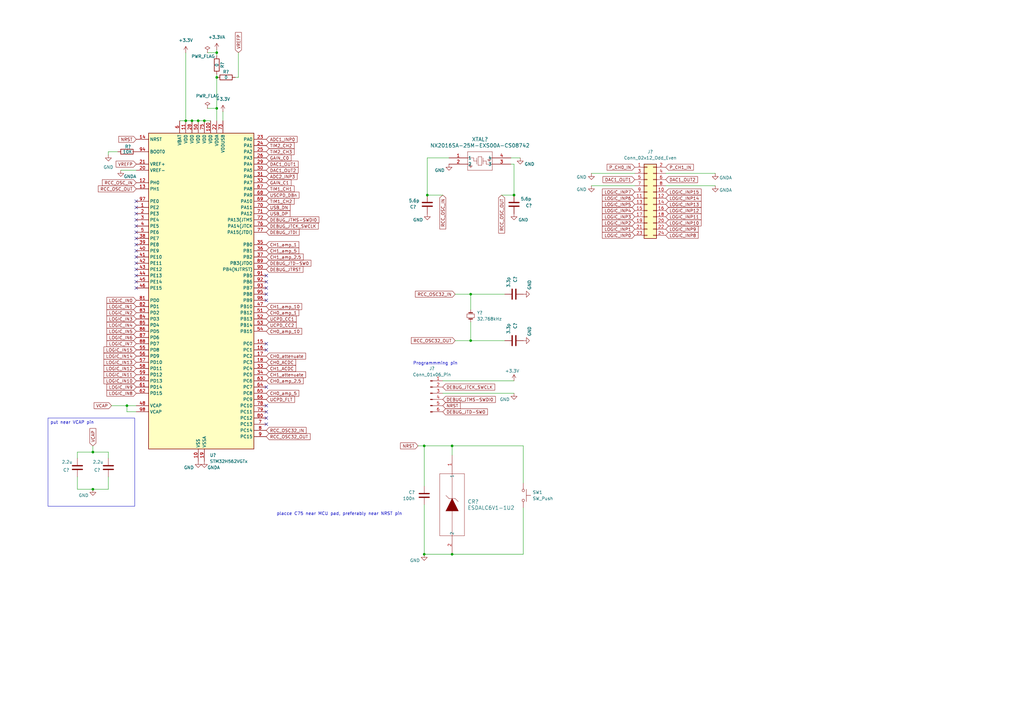
<source format=kicad_sch>
(kicad_sch (version 20250114) (generator "eeschema") (generator_version "9.0")
  (paper "A3")
  (lib_symbols
    (symbol "+3.3V_2" (power) (pin_names (offset 0))
      (property "Value" "+3.3V" (at 0 3.556 0))
      (symbol "+3.3V_2_0_1"
        (polyline (pts (xy -0.762 1.27) (xy 0 2.54)))
        (polyline (pts (xy 0 2.54) (xy 0.762 1.27)))
        (polyline (pts (xy 0 0) (xy 0 2.54)))
      )
      (symbol "+3.3V_2_1_1"
        (pin power_in line (at 0 0 90) (length 0) (hide yes) (name "+3.3V") (number "1"))
      )
    )
    (symbol "Connector:Conn_01x06_Pin" (pin_names (offset 1.016) (hide yes))
      (property "Reference" "J" (at 0 7.62 0))
      (property "Value" "Conn_01x06_Pin" (at 0 -10.16 0))
      (symbol "Conn_01x06_Pin_1_1"
        (rectangle (start 0.8636 5.207) (end 0 4.953) (stroke (width 0.1524)) (fill (type outline)))
        (rectangle (start 0.8636 2.667) (end 0 2.413) (stroke (width 0.1524)) (fill (type outline)))
        (rectangle (start 0.8636 0.127) (end 0 -0.127) (stroke (width 0.1524)) (fill (type outline)))
        (rectangle (start 0.8636 -2.413) (end 0 -2.667) (stroke (width 0.1524)) (fill (type outline)))
        (rectangle (start 0.8636 -4.953) (end 0 -5.207) (stroke (width 0.1524)) (fill (type outline)))
        (rectangle (start 0.8636 -7.493) (end 0 -7.747) (stroke (width 0.1524)) (fill (type outline)))
        (polyline (pts (xy 1.27 5.08) (xy 0.8636 5.08)) (stroke (width 0.1524)))
        (polyline (pts (xy 1.27 2.54) (xy 0.8636 2.54)) (stroke (width 0.1524)))
        (polyline (pts (xy 1.27 0) (xy 0.8636 0)) (stroke (width 0.1524)))
        (polyline (pts (xy 1.27 -2.54) (xy 0.8636 -2.54)) (stroke (width 0.1524)))
        (polyline (pts (xy 1.27 -5.08) (xy 0.8636 -5.08)) (stroke (width 0.1524)))
        (polyline (pts (xy 1.27 -7.62) (xy 0.8636 -7.62)) (stroke (width 0.1524)))
        (pin passive line (at 5.08 5.08 180) (length 3.81) (name "Pin_1") (number "1"))
        (pin passive line (at 5.08 2.54 180) (length 3.81) (name "Pin_2") (number "2"))
        (pin passive line (at 5.08 0 180) (length 3.81) (name "Pin_3") (number "3"))
        (pin passive line (at 5.08 -2.54 180) (length 3.81) (name "Pin_4") (number "4"))
        (pin passive line (at 5.08 -5.08 180) (length 3.81) (name "Pin_5") (number "5"))
        (pin passive line (at 5.08 -7.62 180) (length 3.81) (name "Pin_6") (number "6"))
      )
    )
    (symbol "Connector_Generic:Conn_02x12_Odd_Even" (pin_names (offset 1.016) (hide yes))
      (property "Reference" "J" (at 1.27 15.24 0))
      (property "Value" "Conn_02x12_Odd_Even" (at 1.27 -17.78 0))
      (symbol "Conn_02x12_Odd_Even_1_1"
        (rectangle (start -1.27 13.97) (end 3.81 -16.51) (stroke (width 0.254)) (fill (type background)))
        (rectangle (start -1.27 12.827) (end 0 12.573) (stroke (width 0.1524)))
        (rectangle (start -1.27 10.287) (end 0 10.033) (stroke (width 0.1524)))
        (rectangle (start -1.27 7.747) (end 0 7.493) (stroke (width 0.1524)))
        (rectangle (start -1.27 5.207) (end 0 4.953) (stroke (width 0.1524)))
        (rectangle (start -1.27 2.667) (end 0 2.413) (stroke (width 0.1524)))
        (rectangle (start -1.27 0.127) (end 0 -0.127) (stroke (width 0.1524)))
        (rectangle (start -1.27 -2.413) (end 0 -2.667) (stroke (width 0.1524)))
        (rectangle (start -1.27 -4.953) (end 0 -5.207) (stroke (width 0.1524)))
        (rectangle (start -1.27 -7.493) (end 0 -7.747) (stroke (width 0.1524)))
        (rectangle (start -1.27 -10.033) (end 0 -10.287) (stroke (width 0.1524)))
        (rectangle (start -1.27 -12.573) (end 0 -12.827) (stroke (width 0.1524)))
        (rectangle (start -1.27 -15.113) (end 0 -15.367) (stroke (width 0.1524)))
        (rectangle (start 3.81 12.827) (end 2.54 12.573) (stroke (width 0.1524)))
        (rectangle (start 3.81 10.287) (end 2.54 10.033) (stroke (width 0.1524)))
        (rectangle (start 3.81 7.747) (end 2.54 7.493) (stroke (width 0.1524)))
        (rectangle (start 3.81 5.207) (end 2.54 4.953) (stroke (width 0.1524)))
        (rectangle (start 3.81 2.667) (end 2.54 2.413) (stroke (width 0.1524)))
        (rectangle (start 3.81 0.127) (end 2.54 -0.127) (stroke (width 0.1524)))
        (rectangle (start 3.81 -2.413) (end 2.54 -2.667) (stroke (width 0.1524)))
        (rectangle (start 3.81 -4.953) (end 2.54 -5.207) (stroke (width 0.1524)))
        (rectangle (start 3.81 -7.493) (end 2.54 -7.747) (stroke (width 0.1524)))
        (rectangle (start 3.81 -10.033) (end 2.54 -10.287) (stroke (width 0.1524)))
        (rectangle (start 3.81 -12.573) (end 2.54 -12.827) (stroke (width 0.1524)))
        (rectangle (start 3.81 -15.113) (end 2.54 -15.367) (stroke (width 0.1524)))
        (pin passive line (at -5.08 12.7 0) (length 3.81) (name "Pin_1") (number "1"))
        (pin passive line (at -5.08 10.16 0) (length 3.81) (name "Pin_3") (number "3"))
        (pin passive line (at -5.08 7.62 0) (length 3.81) (name "Pin_5") (number "5"))
        (pin passive line (at -5.08 5.08 0) (length 3.81) (name "Pin_7") (number "7"))
        (pin passive line (at -5.08 2.54 0) (length 3.81) (name "Pin_9") (number "9"))
        (pin passive line (at -5.08 0 0) (length 3.81) (name "Pin_11") (number "11"))
        (pin passive line (at -5.08 -2.54 0) (length 3.81) (name "Pin_13") (number "13"))
        (pin passive line (at -5.08 -5.08 0) (length 3.81) (name "Pin_15") (number "15"))
        (pin passive line (at -5.08 -7.62 0) (length 3.81) (name "Pin_17") (number "17"))
        (pin passive line (at -5.08 -10.16 0) (length 3.81) (name "Pin_19") (number "19"))
        (pin passive line (at -5.08 -12.7 0) (length 3.81) (name "Pin_21") (number "21"))
        (pin passive line (at -5.08 -15.24 0) (length 3.81) (name "Pin_23") (number "23"))
        (pin passive line (at 7.62 12.7 180) (length 3.81) (name "Pin_2") (number "2"))
        (pin passive line (at 7.62 10.16 180) (length 3.81) (name "Pin_4") (number "4"))
        (pin passive line (at 7.62 7.62 180) (length 3.81) (name "Pin_6") (number "6"))
        (pin passive line (at 7.62 5.08 180) (length 3.81) (name "Pin_8") (number "8"))
        (pin passive line (at 7.62 2.54 180) (length 3.81) (name "Pin_10") (number "10"))
        (pin passive line (at 7.62 0 180) (length 3.81) (name "Pin_12") (number "12"))
        (pin passive line (at 7.62 -2.54 180) (length 3.81) (name "Pin_14") (number "14"))
        (pin passive line (at 7.62 -5.08 180) (length 3.81) (name "Pin_16") (number "16"))
        (pin passive line (at 7.62 -7.62 180) (length 3.81) (name "Pin_18") (number "18"))
        (pin passive line (at 7.62 -10.16 180) (length 3.81) (name "Pin_20") (number "20"))
        (pin passive line (at 7.62 -12.7 180) (length 3.81) (name "Pin_22") (number "22"))
        (pin passive line (at 7.62 -15.24 180) (length 3.81) (name "Pin_24") (number "24"))
      )
    )
    (symbol "Device:C" (pin_numbers (hide yes)) (pin_names (offset 0.254))
      (property "Reference" "C" (at 0.635 2.54 0))
      (property "Value" "C" (at 0.635 -2.54 0))
      (symbol "C_0_1"
        (polyline (pts (xy -2.032 0.762) (xy 2.032 0.762)) (stroke (width 0.508)))
        (polyline (pts (xy -2.032 -0.762) (xy 2.032 -0.762)) (stroke (width 0.508)))
      )
      (symbol "C_1_1"
        (pin passive line (at 0 3.81 270) (length 2.794) (name "~") (number "1"))
        (pin passive line (at 0 -3.81 90) (length 2.794) (name "~") (number "2"))
      )
    )
    (symbol "Device:R" (pin_numbers (hide yes)) (pin_names (offset 0))
      (property "Reference" "R" (at 2.032 0 90))
      (property "Value" "R" (at 0 0 90))
      (symbol "R_0_1"
        (rectangle (start -1.016 -2.54) (end 1.016 2.54) (stroke (width 0.254)))
      )
      (symbol "R_1_1"
        (pin passive line (at 0 3.81 270) (length 1.27) (name "~") (number "1"))
        (pin passive line (at 0 -3.81 90) (length 1.27) (name "~") (number "2"))
      )
    )
    (symbol "ESDALC6V1-1U2:ESDALC6V1-1U2" (pin_names (offset 0.254))
      (property "Reference" "CR" (at 20.32 10.16 0))
      (property "Value" "ESDALC6V1-1U2" (at 20.32 7.62 0))
      (symbol "ESDALC6V1-1U2_0_1"
        (polyline (pts (xy 7.62 5.08) (xy 7.62 -5.08)) (stroke (width 0.127)))
        (polyline (pts (xy 7.62 0) (xy 33.02 0)) (stroke (width 0.127)))
        (polyline (pts (xy 7.62 -5.08) (xy 33.02 -5.08)) (stroke (width 0.127)))
        (polyline (pts (xy 17.78 1.27) (xy 17.78 -1.27)) (stroke (width 0.127)))
        (polyline (pts (xy 17.78 1.27) (xy 19.05 2.54)) (stroke (width 0.127)))
        (polyline (pts (xy 17.78 0) (xy 22.86 2.54)) (stroke (width 0.127)))
        (polyline (pts (xy 17.78 0) (xy 22.86 2.54) (xy 22.86 -2.54)) (fill (type outline)))
        (polyline (pts (xy 17.78 -1.27) (xy 16.51 -2.54)) (stroke (width 0.127)))
        (polyline (pts (xy 22.86 2.54) (xy 22.86 -2.54)) (stroke (width 0.127)))
        (polyline (pts (xy 22.86 -2.54) (xy 17.78 0)) (stroke (width 0.127)))
        (polyline (pts (xy 33.02 5.08) (xy 7.62 5.08)) (stroke (width 0.127)))
        (polyline (pts (xy 33.02 -5.08) (xy 33.02 5.08)) (stroke (width 0.127)))
        (pin unspecified line (at 0 0 0) (length 7.62) (name "1") (number "1"))
        (pin unspecified line (at 40.64 0 180) (length 7.62) (name "2") (number "2"))
      )
    )
    (symbol "GNDA_1" (power) (pin_names (offset 0))
      (property "Value" "GNDA" (at 0 -3.81 0))
      (symbol "GNDA_1_0_1"
        (polyline (pts (xy 0 0) (xy 0 -1.27) (xy 1.27 -1.27) (xy 0 -2.54) (xy -1.27 -1.27) (xy 0 -1.27)))
      )
      (symbol "GNDA_1_1_1"
        (pin power_in line (at 0 0 270) (length 0) (hide yes) (name "GNDA") (number "1"))
      )
    )
    (symbol "GND_1" (power) (pin_numbers (hide yes)) (pin_names (offset 0) (hide yes))
      (property "Value" "GND" (at 0 -3.81 0))
      (symbol "GND_1_0_1"
        (polyline (pts (xy 0 0) (xy 0 -1.27) (xy 1.27 -1.27) (xy 0 -2.54) (xy -1.27 -1.27) (xy 0 -1.27)))
      )
      (symbol "GND_1_1_1"
        (pin power_in line (at 0 0 270) (length 0) (name "~") (number "1"))
      )
    )
    (symbol "MCU_ST_STM32H5:STM32H562VGTx"
      (property "Reference" "U" (at -20.32 67.31 0))
      (property "Value" "STM32H562VGTx" (at 12.7 67.31 0))
      (symbol "STM32H562VGTx_0_1"
        (rectangle (start -20.32 -63.5) (end 22.86 66.04) (stroke (width 0.254)) (fill (type background)))
      )
      (symbol "STM32H562VGTx_1_1"
        (pin input line (at -25.4 63.5 0) (length 5.08) (name "NRST") (number "14"))
        (pin input line (at -25.4 58.42 0) (length 5.08) (name "BOOT0") (number "94"))
        (pin input line (at -25.4 53.34 0) (length 5.08) (name "VREF+") (number "21"))
        (pin input line (at -25.4 50.8 0) (length 5.08) (name "VREF-") (number "20"))
        (pin bidirectional line (at -25.4 45.72 0) (length 5.08) (name "PH0") (number "12"))
        (pin bidirectional line (at -25.4 43.18 0) (length 5.08) (name "PH1") (number "13"))
        (pin bidirectional line (at -25.4 38.1 0) (length 5.08) (name "PE0") (number "97"))
        (pin bidirectional line (at -25.4 35.56 0) (length 5.08) (name "PE2") (number "1"))
        (pin bidirectional line (at -25.4 33.02 0) (length 5.08) (name "PE3") (number "2"))
        (pin bidirectional line (at -25.4 30.48 0) (length 5.08) (name "PE4") (number "3"))
        (pin bidirectional line (at -25.4 27.94 0) (length 5.08) (name "PE5") (number "4"))
        (pin bidirectional line (at -25.4 25.4 0) (length 5.08) (name "PE6") (number "5"))
        (pin bidirectional line (at -25.4 22.86 0) (length 5.08) (name "PE7") (number "38"))
        (pin bidirectional line (at -25.4 20.32 0) (length 5.08) (name "PE8") (number "39"))
        (pin bidirectional line (at -25.4 17.78 0) (length 5.08) (name "PE9") (number "40"))
        (pin bidirectional line (at -25.4 15.24 0) (length 5.08) (name "PE10") (number "41"))
        (pin bidirectional line (at -25.4 12.7 0) (length 5.08) (name "PE11") (number "42"))
        (pin bidirectional line (at -25.4 10.16 0) (length 5.08) (name "PE12") (number "43"))
        (pin bidirectional line (at -25.4 7.62 0) (length 5.08) (name "PE13") (number "44"))
        (pin bidirectional line (at -25.4 5.08 0) (length 5.08) (name "PE14") (number "45"))
        (pin bidirectional line (at -25.4 2.54 0) (length 5.08) (name "PE15") (number "46"))
        (pin bidirectional line (at -25.4 -2.54 0) (length 5.08) (name "PD0") (number "81"))
        (pin bidirectional line (at -25.4 -5.08 0) (length 5.08) (name "PD1") (number "82"))
        (pin bidirectional line (at -25.4 -7.62 0) (length 5.08) (name "PD2") (number "83"))
        (pin bidirectional line (at -25.4 -10.16 0) (length 5.08) (name "PD3") (number "84"))
        (pin bidirectional line (at -25.4 -12.7 0) (length 5.08) (name "PD4") (number "85"))
        (pin bidirectional line (at -25.4 -15.24 0) (length 5.08) (name "PD5") (number "86"))
        (pin bidirectional line (at -25.4 -17.78 0) (length 5.08) (name "PD6") (number "87"))
        (pin bidirectional line (at -25.4 -20.32 0) (length 5.08) (name "PD7") (number "88"))
        (pin bidirectional line (at -25.4 -22.86 0) (length 5.08) (name "PD8") (number "55"))
        (pin bidirectional line (at -25.4 -25.4 0) (length 5.08) (name "PD9") (number "56"))
        (pin bidirectional line (at -25.4 -27.94 0) (length 5.08) (name "PD10") (number "57"))
        (pin bidirectional line (at -25.4 -30.48 0) (length 5.08) (name "PD11") (number "58"))
        (pin bidirectional line (at -25.4 -33.02 0) (length 5.08) (name "PD12") (number "59"))
        (pin bidirectional line (at -25.4 -35.56 0) (length 5.08) (name "PD13") (number "60"))
        (pin bidirectional line (at -25.4 -38.1 0) (length 5.08) (name "PD14") (number "61"))
        (pin bidirectional line (at -25.4 -40.64 0) (length 5.08) (name "PD15") (number "62"))
        (pin power_out line (at -25.4 -45.72 0) (length 5.08) (name "VCAP") (number "48"))
        (pin power_out line (at -25.4 -48.26 0) (length 5.08) (name "VCAP") (number "98"))
        (pin power_in line (at -7.62 71.12 270) (length 5.08) (name "VBAT") (number "6"))
        (pin power_in line (at -5.08 71.12 270) (length 5.08) (name "VDD") (number "11"))
        (pin power_in line (at -2.54 71.12 270) (length 5.08) (name "VDD") (number "28"))
        (pin power_in line (at 0 71.12 270) (length 5.08) (name "VDD") (number "50"))
        (pin power_in line (at 0 -68.58 90) (length 5.08) (name "VSS") (number "10"))
        (pin passive line (at 0 -68.58 90) (length 5.08) (hide yes) (name "VSS") (number "27"))
        (pin passive line (at 0 -68.58 90) (length 5.08) (hide yes) (name "VSS") (number "49"))
        (pin passive line (at 0 -68.58 90) (length 5.08) (hide yes) (name "VSS") (number "74"))
        (pin passive line (at 0 -68.58 90) (length 5.08) (hide yes) (name "VSS") (number "99"))
        (pin power_in line (at 2.54 71.12 270) (length 5.08) (name "VDD") (number "75"))
        (pin power_in line (at 2.54 -68.58 90) (length 5.08) (name "VSSA") (number "19"))
        (pin power_in line (at 5.08 71.12 270) (length 5.08) (name "VDD") (number "100"))
        (pin power_in line (at 7.62 71.12 270) (length 5.08) (name "VDDA") (number "22"))
        (pin power_in line (at 10.16 71.12 270) (length 5.08) (name "VDDUSB") (number "73"))
        (pin bidirectional line (at 27.94 63.5 180) (length 5.08) (name "PA0") (number "23"))
        (pin bidirectional line (at 27.94 60.96 180) (length 5.08) (name "PA1") (number "24"))
        (pin bidirectional line (at 27.94 58.42 180) (length 5.08) (name "PA2") (number "25"))
        (pin bidirectional line (at 27.94 55.88 180) (length 5.08) (name "PA3") (number "26"))
        (pin bidirectional line (at 27.94 53.34 180) (length 5.08) (name "PA4") (number "29"))
        (pin bidirectional line (at 27.94 50.8 180) (length 5.08) (name "PA5") (number "30"))
        (pin bidirectional line (at 27.94 48.26 180) (length 5.08) (name "PA6") (number "31"))
        (pin bidirectional line (at 27.94 45.72 180) (length 5.08) (name "PA7") (number "32"))
        (pin bidirectional line (at 27.94 43.18 180) (length 5.08) (name "PA8") (number "67"))
        (pin bidirectional line (at 27.94 40.64 180) (length 5.08) (name "PA9") (number "68"))
        (pin bidirectional line (at 27.94 38.1 180) (length 5.08) (name "PA10") (number "69"))
        (pin bidirectional line (at 27.94 35.56 180) (length 5.08) (name "PA11") (number "70"))
        (pin bidirectional line (at 27.94 33.02 180) (length 5.08) (name "PA12") (number "71"))
        (pin bidirectional line (at 27.94 30.48 180) (length 5.08) (name "PA13(JTMS") (number "72"))
        (pin bidirectional line (at 27.94 27.94 180) (length 5.08) (name "PA14(JTCK") (number "76"))
        (pin bidirectional line (at 27.94 25.4 180) (length 5.08) (name "PA15(JTDI)") (number "77"))
        (pin bidirectional line (at 27.94 20.32 180) (length 5.08) (name "PB0") (number "35"))
        (pin bidirectional line (at 27.94 17.78 180) (length 5.08) (name "PB1") (number "36"))
        (pin bidirectional line (at 27.94 15.24 180) (length 5.08) (name "PB2") (number "37"))
        (pin bidirectional line (at 27.94 12.7 180) (length 5.08) (name "PB3(JTDO") (number "89"))
        (pin bidirectional line (at 27.94 10.16 180) (length 5.08) (name "PB4(NJTRST)") (number "90"))
        (pin bidirectional line (at 27.94 7.62 180) (length 5.08) (name "PB5") (number "91"))
        (pin bidirectional line (at 27.94 5.08 180) (length 5.08) (name "PB6") (number "92"))
        (pin bidirectional line (at 27.94 2.54 180) (length 5.08) (name "PB7") (number "93"))
        (pin bidirectional line (at 27.94 0 180) (length 5.08) (name "PB8") (number "95"))
        (pin bidirectional line (at 27.94 -2.54 180) (length 5.08) (name "PB9") (number "96"))
        (pin bidirectional line (at 27.94 -5.08 180) (length 5.08) (name "PB10") (number "47"))
        (pin bidirectional line (at 27.94 -7.62 180) (length 5.08) (name "PB12") (number "51"))
        (pin bidirectional line (at 27.94 -10.16 180) (length 5.08) (name "PB13") (number "52"))
        (pin bidirectional line (at 27.94 -12.7 180) (length 5.08) (name "PB14") (number "53"))
        (pin bidirectional line (at 27.94 -15.24 180) (length 5.08) (name "PB15") (number "54"))
        (pin bidirectional line (at 27.94 -20.32 180) (length 5.08) (name "PC0") (number "15"))
        (pin bidirectional line (at 27.94 -22.86 180) (length 5.08) (name "PC1") (number "16"))
        (pin bidirectional line (at 27.94 -25.4 180) (length 5.08) (name "PC2") (number "17"))
        (pin bidirectional line (at 27.94 -27.94 180) (length 5.08) (name "PC3") (number "18"))
        (pin bidirectional line (at 27.94 -30.48 180) (length 5.08) (name "PC4") (number "33"))
        (pin bidirectional line (at 27.94 -33.02 180) (length 5.08) (name "PC5") (number "34"))
        (pin bidirectional line (at 27.94 -35.56 180) (length 5.08) (name "PC6") (number "63"))
        (pin bidirectional line (at 27.94 -38.1 180) (length 5.08) (name "PC7") (number "64"))
        (pin bidirectional line (at 27.94 -40.64 180) (length 5.08) (name "PC8") (number "65"))
        (pin bidirectional line (at 27.94 -43.18 180) (length 5.08) (name "PC9") (number "66"))
        (pin bidirectional line (at 27.94 -45.72 180) (length 5.08) (name "PC10") (number "78"))
        (pin bidirectional line (at 27.94 -48.26 180) (length 5.08) (name "PC11") (number "79"))
        (pin bidirectional line (at 27.94 -50.8 180) (length 5.08) (name "PC12") (number "80"))
        (pin bidirectional line (at 27.94 -53.34 180) (length 5.08) (name "PC13") (number "7"))
        (pin bidirectional line (at 27.94 -55.88 180) (length 5.08) (name "PC14") (number "8"))
        (pin bidirectional line (at 27.94 -58.42 180) (length 5.08) (name "PC15") (number "9"))
      )
    )
    (symbol "NX2016SA-25MHz-20pF:NX2016SA-25M-EXS00A-CS08742" (pin_names (offset 0.254))
      (property "Reference" "XTAL" (at 12.7 7.62 0))
      (property "Value" "NX2016SA-25M-EXS00A-CS08742" (at 12.7 5.08 0))
      (symbol "NX2016SA-25M-EXS00A-CS08742_0_1"
        (polyline (pts (xy 7.62 2.54) (xy 7.62 -5.08)) (stroke (width 0.127)))
        (polyline (pts (xy 7.62 -2.54) (xy 8.89 -2.54)) (stroke (width 0.127)))
        (polyline (pts (xy 7.62 -5.08) (xy 17.78 -5.08)) (stroke (width 0.127)))
        (polyline (pts (xy 8.128 -3.302) (xy 9.652 -3.302)) (stroke (width 0.127)))
        (polyline (pts (xy 8.382 -3.556) (xy 9.398 -3.556)) (stroke (width 0.127)))
        (polyline (pts (xy 8.636 -3.81) (xy 9.144 -3.81)) (stroke (width 0.127)))
        (polyline (pts (xy 8.89 -2.54) (xy 8.89 -3.302)) (stroke (width 0.127)))
        (polyline (pts (xy 10.16 0) (xy 7.62 0)) (stroke (width 0.127)))
        (polyline (pts (xy 10.16 -1.27) (xy 10.16 0)) (stroke (width 0.127)))
        (polyline (pts (xy 11.43 0) (xy 11.43 -2.54)) (stroke (width 0.127)))
        (polyline (pts (xy 11.43 -1.27) (xy 10.16 -1.27)) (stroke (width 0.127)))
        (polyline (pts (xy 11.938 0.508) (xy 11.938 -3.048)) (stroke (width 0.127)))
        (polyline (pts (xy 11.938 -3.048) (xy 13.462 -3.048)) (stroke (width 0.127)))
        (polyline (pts (xy 13.462 0.508) (xy 11.938 0.508)) (stroke (width 0.127)))
        (polyline (pts (xy 13.462 -3.048) (xy 13.462 0.508)) (stroke (width 0.127)))
        (polyline (pts (xy 13.97 0) (xy 13.97 -2.54)) (stroke (width 0.127)))
        (polyline (pts (xy 13.97 -1.27) (xy 15.24 -1.27)) (stroke (width 0.127)))
        (polyline (pts (xy 15.24 -1.27) (xy 15.24 -2.54)) (stroke (width 0.127)))
        (polyline (pts (xy 15.24 -2.54) (xy 17.78 -2.54)) (stroke (width 0.127)))
        (polyline (pts (xy 16.51 0) (xy 16.51 -0.762)) (stroke (width 0.127)))
        (polyline (pts (xy 16.764 -1.27) (xy 16.256 -1.27)) (stroke (width 0.127)))
        (polyline (pts (xy 17.018 -1.016) (xy 16.002 -1.016)) (stroke (width 0.127)))
        (polyline (pts (xy 17.272 -0.762) (xy 15.748 -0.762)) (stroke (width 0.127)))
        (polyline (pts (xy 17.78 2.54) (xy 7.62 2.54)) (stroke (width 0.127)))
        (polyline (pts (xy 17.78 0) (xy 16.51 0)) (stroke (width 0.127)))
        (polyline (pts (xy 17.78 -5.08) (xy 17.78 2.54)) (stroke (width 0.127)))
        (pin unspecified line (at 0 0 0) (length 7.62) (name "1") (number "1"))
        (pin unspecified line (at 0 -2.54 0) (length 7.62) (name "2") (number "2"))
        (pin unspecified line (at 25.4 0 180) (length 7.62) (name "4") (number "4"))
        (pin unspecified line (at 25.4 -2.54 180) (length 7.62) (name "3") (number "3"))
      )
    )
    (symbol "SparkFun-Clock:Crystal_32.768kHz_3.2x1.5mm" (pin_numbers (hide yes)) (pin_names (offset 1.016) (hide yes))
      (property "Reference" "Y" (at 0 2.54 0))
      (property "Value" "32.768kHz" (at 0 -2.54 0))
      (symbol "Crystal_32.768kHz_3.2x1.5mm_0_1"
        (polyline (pts (xy -1.27 -0.762) (xy -1.27 0.762)) (stroke (width 0.381)))
        (rectangle (start -0.762 -1.524) (end 0.762 1.524))
        (polyline (pts (xy 1.27 -0.762) (xy 1.27 0.762)) (stroke (width 0.381)))
      )
      (symbol "Crystal_32.768kHz_3.2x1.5mm_1_1"
        (pin passive line (at -2.54 0 0) (length 1.27) (name "1") (number "1"))
        (pin passive line (at 2.54 0 180) (length 1.27) (name "2") (number "2"))
      )
    )
    (symbol "Switch:SW_Push" (pin_numbers (hide yes)) (pin_names (offset 1.016) (hide yes))
      (property "Reference" "SW" (at 1.27 2.54 0))
      (property "Value" "SW_Push" (at 0 -1.524 0))
      (symbol "SW_Push_0_1"
        (circle (center -2.032 0) (radius 0.508))
        (polyline (pts (xy 0 1.27) (xy 0 3.048)))
        (circle (center 2.032 0) (radius 0.508))
        (polyline (pts (xy 2.54 1.27) (xy -2.54 1.27)))
        (pin passive line (at -5.08 0 0) (length 2.54) (name "1") (number "1"))
        (pin passive line (at 5.08 0 180) (length 2.54) (name "2") (number "2"))
      )
    )
    (symbol "power:+3.3V" (power) (pin_numbers (hide yes)) (pin_names (offset 0) (hide yes))
      (property "Value" "+3.3V" (at 0 3.556 0))
      (symbol "+3.3V_0_1"
        (polyline (pts (xy -0.762 1.27) (xy 0 2.54)))
        (polyline (pts (xy 0 2.54) (xy 0.762 1.27)))
        (polyline (pts (xy 0 0) (xy 0 2.54)))
      )
      (symbol "+3.3V_1_1"
        (pin power_in line (at 0 0 90) (length 0) (name "~") (number "1"))
      )
    )
    (symbol "power:+3.3VA" (power) (pin_numbers (hide yes)) (pin_names (offset 0) (hide yes))
      (property "Value" "+3.3VA" (at 0 3.556 0))
      (symbol "+3.3VA_0_1"
        (polyline (pts (xy -0.762 1.27) (xy 0 2.54)))
        (polyline (pts (xy 0 2.54) (xy 0.762 1.27)))
        (polyline (pts (xy 0 0) (xy 0 2.54)))
      )
      (symbol "+3.3VA_1_1"
        (pin power_in line (at 0 0 90) (length 0) (name "~") (number "1"))
      )
    )
    (symbol "power:GND" (power) (pin_names (offset 0))
      (property "Value" "GND" (at 0 -3.81 0))
      (symbol "GND_0_1"
        (polyline (pts (xy 0 0) (xy 0 -1.27) (xy 1.27 -1.27) (xy 0 -2.54) (xy -1.27 -1.27) (xy 0 -1.27)))
      )
      (symbol "GND_1_1"
        (pin power_in line (at 0 0 270) (length 0) (hide yes) (name "GND") (number "1"))
      )
    )
    (symbol "power:GNDA" (power) (pin_numbers (hide yes)) (pin_names (offset 0) (hide yes))
      (property "Value" "GNDA" (at 0 -3.81 0))
      (symbol "GNDA_0_1"
        (polyline (pts (xy 0 0) (xy 0 -1.27) (xy 1.27 -1.27) (xy 0 -2.54) (xy -1.27 -1.27) (xy 0 -1.27)))
      )
      (symbol "GNDA_1_1"
        (pin power_in line (at 0 0 270) (length 0) (name "~") (number "1"))
      )
    )
    (symbol "power:PWR_FLAG" (power) (pin_numbers (hide yes)) (pin_names (offset 0) (hide yes))
      (property "Value" "PWR_FLAG" (at 0 3.81 0))
      (symbol "PWR_FLAG_0_0"
        (pin power_out line (at 0 0 90) (length 0) (name "~") (number "1"))
      )
      (symbol "PWR_FLAG_0_1"
        (polyline (pts (xy 0 0) (xy 0 1.27) (xy -1.016 1.905) (xy 0 2.54) (xy 1.016 1.905) (xy 0 1.27)))
      )
    )
  )
  (text "placce C75 near MCU pad, preferably near NRST pin\n" (at 139.192 210.82 0) (effects (font (size 1.27 1.27))))
  (text "Programmming pin\n" (at 178.562 149.098 0) (effects (font (size 1.27 1.27))))
  (text_box "put near VCAP pin\n" (at 19.685 171.45 0) (size 35.56 36.195) (margins 0.9525 0.9525 0.9525 0.9525) (effects (font (size 1.27 1.27)) (justify left top)))
  (junction (at 38.1 200.66))
  (junction (at 193.04 139.7))
  (junction (at 88.9 31.75))
  (junction (at 88.9 21.59))
  (junction (at 193.04 120.65))
  (junction (at 173.99 182.88))
  (junction (at 81.28 49.53))
  (junction (at 52.07 166.37))
  (junction (at 88.9 44.45))
  (junction (at 83.82 49.53))
  (junction (at 78.74 49.53))
  (junction (at 210.82 80.01))
  (junction (at 76.2 49.53))
  (junction (at 185.42 182.88))
  (junction (at 185.42 227.33))
  (junction (at 173.99 227.33))
  (junction (at 175.26 80.01))
  (junction (at 38.1 185.42))
  (no_connect (at 55.88 95.25))
  (no_connect (at 55.88 85.09))
  (no_connect (at 109.22 123.19))
  (no_connect (at 55.88 105.41))
  (no_connect (at 55.88 113.03))
  (no_connect (at 55.88 107.95))
  (no_connect (at 109.22 168.91))
  (no_connect (at 109.22 118.11))
  (no_connect (at 55.88 92.71))
  (no_connect (at 55.88 82.55))
  (no_connect (at 109.22 158.75))
  (no_connect (at 55.88 102.87))
  (no_connect (at 55.88 115.57))
  (no_connect (at 55.88 97.79))
  (no_connect (at 109.22 140.97))
  (no_connect (at 109.22 120.65))
  (no_connect (at 55.88 118.11))
  (no_connect (at 109.22 173.99))
  (no_connect (at 55.88 100.33))
  (no_connect (at 109.22 143.51))
  (no_connect (at 55.88 110.49))
  (no_connect (at 55.88 90.17))
  (no_connect (at 55.88 87.63))
  (no_connect (at 109.22 171.45))
  (no_connect (at 109.22 113.03))
  (no_connect (at 109.22 115.57))
  (no_connect (at 109.22 166.37))
  (wire (pts (xy 210.82 161.29) (xy 181.61 161.29)))
  (wire (pts (xy 38.1 200.66) (xy 44.45 200.66)))
  (wire (pts (xy 207.01 120.65) (xy 193.04 120.65)))
  (wire (pts (xy 173.99 182.88) (xy 185.42 182.88)))
  (wire (pts (xy 83.82 49.53) (xy 86.36 49.53)))
  (wire (pts (xy 81.28 49.53) (xy 83.82 49.53)))
  (wire (pts (xy 91.44 45.72) (xy 91.44 49.53)))
  (wire (pts (xy 44.45 63.5) (xy 44.45 62.23)))
  (wire (pts (xy 273.05 71.12) (xy 293.37 71.12)))
  (wire (pts (xy 185.42 182.88) (xy 214.63 182.88)))
  (wire (pts (xy 52.07 168.91) (xy 52.07 166.37)))
  (wire (pts (xy 175.26 64.77) (xy 184.15 64.77)))
  (wire (pts (xy 88.9 30.48) (xy 88.9 31.75)))
  (wire (pts (xy 185.42 186.69) (xy 185.42 182.88)))
  (wire (pts (xy 88.9 21.59) (xy 88.9 22.86)))
  (wire (pts (xy 173.99 227.33) (xy 185.42 227.33)))
  (wire (pts (xy 31.75 195.58) (xy 31.75 200.66)))
  (wire (pts (xy 97.79 31.75) (xy 97.79 21.59)))
  (wire (pts (xy 214.63 182.88) (xy 214.63 198.12)))
  (wire (pts (xy 175.26 80.01) (xy 175.26 64.77)))
  (wire (pts (xy 186.69 139.7) (xy 193.04 139.7)))
  (wire (pts (xy 181.61 156.21) (xy 210.82 156.21)))
  (wire (pts (xy 214.63 208.28) (xy 214.63 227.33)))
  (wire (pts (xy 45.72 166.37) (xy 52.07 166.37)))
  (wire (pts (xy 88.9 44.45) (xy 88.9 49.53)))
  (wire (pts (xy 173.99 207.01) (xy 173.99 227.33)))
  (wire (pts (xy 88.9 20.32) (xy 88.9 21.59)))
  (wire (pts (xy 38.1 185.42) (xy 38.1 182.88)))
  (wire (pts (xy 49.53 69.85) (xy 55.88 69.85)))
  (wire (pts (xy 171.45 182.88) (xy 173.99 182.88)))
  (wire (pts (xy 213.36 64.77) (xy 209.55 64.77)))
  (wire (pts (xy 185.42 227.33) (xy 214.63 227.33)))
  (wire (pts (xy 193.04 139.7) (xy 207.01 139.7)))
  (wire (pts (xy 88.9 31.75) (xy 88.9 44.45)))
  (wire (pts (xy 242.57 76.2) (xy 260.35 76.2)))
  (wire (pts (xy 205.74 80.01) (xy 210.82 80.01)))
  (wire (pts (xy 273.05 76.2) (xy 293.37 76.2)))
  (wire (pts (xy 44.45 62.23) (xy 48.26 62.23)))
  (wire (pts (xy 31.75 185.42) (xy 38.1 185.42)))
  (wire (pts (xy 44.45 185.42) (xy 38.1 185.42)))
  (wire (pts (xy 193.04 120.65) (xy 193.04 127)))
  (wire (pts (xy 52.07 166.37) (xy 55.88 166.37)))
  (wire (pts (xy 210.82 67.31) (xy 209.55 67.31)))
  (wire (pts (xy 55.88 168.91) (xy 52.07 168.91)))
  (wire (pts (xy 85.09 44.45) (xy 88.9 44.45)))
  (wire (pts (xy 186.69 120.65) (xy 193.04 120.65)))
  (wire (pts (xy 96.52 31.75) (xy 97.79 31.75)))
  (wire (pts (xy 85.09 21.59) (xy 88.9 21.59)))
  (wire (pts (xy 44.45 200.66) (xy 44.45 195.58)))
  (wire (pts (xy 78.74 49.53) (xy 81.28 49.53)))
  (wire (pts (xy 181.61 80.01) (xy 175.26 80.01)))
  (wire (pts (xy 31.75 187.96) (xy 31.75 185.42)))
  (wire (pts (xy 76.2 21.59) (xy 76.2 49.53)))
  (wire (pts (xy 210.82 67.31) (xy 210.82 80.01)))
  (wire (pts (xy 76.2 49.53) (xy 78.74 49.53)))
  (wire (pts (xy 242.57 71.12) (xy 260.35 71.12)))
  (wire (pts (xy 76.2 49.53) (xy 73.66 49.53)))
  (wire (pts (xy 44.45 187.96) (xy 44.45 185.42)))
  (wire (pts (xy 193.04 132.08) (xy 193.04 139.7)))
  (wire (pts (xy 31.75 200.66) (xy 38.1 200.66)))
  (wire (pts (xy 173.99 182.88) (xy 173.99 199.39)))
  (global_label "LOGIC_IN13" (shape input) (at 55.88 148.59 180) (property "Intersheetrefs" "${INTERSHEET_REFS}" (effects (hide yes))))
  (global_label "LOGIC_IN10" (shape input) (at 55.88 156.21 180) (property "Intersheetrefs" "${INTERSHEET_REFS}" (effects (hide yes))))
  (global_label "LOGIC_INP6" (shape input) (at 260.35 81.28 180) (property "Intersheetrefs" "${INTERSHEET_REFS}" (effects (hide yes))))
  (global_label "DEBUG_JTCK_SWCLK" (shape input) (at 181.61 158.75 0) (property "Intersheetrefs" "${INTERSHEET_REFS}" (effects (hide yes))))
  (global_label "CH0_amp_10" (shape input) (at 109.22 135.89 0) (property "Intersheetrefs" "${INTERSHEET_REFS}" (effects (hide yes))))
  (global_label "TIM2_CH3" (shape input) (at 109.22 62.23 0) (property "Intersheetrefs" "${INTERSHEET_REFS}" (effects (hide yes))))
  (global_label "LOGIC_IN8" (shape input) (at 55.88 161.29 180) (property "Intersheetrefs" "${INTERSHEET_REFS}" (effects (hide yes))))
  (global_label "CH1_amp_5" (shape input) (at 109.22 102.87 0) (property "Intersheetrefs" "${INTERSHEET_REFS}" (effects (hide yes))))
  (global_label "CH1_attenuate" (shape input) (at 109.22 153.67 0) (property "Intersheetrefs" "${INTERSHEET_REFS}" (effects (hide yes))))
  (global_label "CH0_amp_1" (shape input) (at 109.22 128.27 0) (property "Intersheetrefs" "${INTERSHEET_REFS}" (effects (hide yes))))
  (global_label "CH0_attenuate" (shape input) (at 109.22 146.05 0) (property "Intersheetrefs" "${INTERSHEET_REFS}" (effects (hide yes))))
  (global_label "LOGIC_INP4" (shape input) (at 260.35 86.36 180) (property "Intersheetrefs" "${INTERSHEET_REFS}" (effects (hide yes))))
  (global_label "VCAP" (shape input) (at 45.72 166.37 180) (property "Intersheetrefs" "${INTERSHEET_REFS}" (effects (hide yes))))
  (global_label "LOGIC_IN0" (shape input) (at 55.88 123.19 180) (property "Intersheetrefs" "${INTERSHEET_REFS}" (effects (hide yes))))
  (global_label "CH1_ACDC" (shape input) (at 109.22 151.13 0) (property "Intersheetrefs" "${INTERSHEET_REFS}" (effects (hide yes))))
  (global_label "RCC_OSC32_OUT" (shape input) (at 186.69 139.7 180) (property "Intersheetrefs" "${INTERSHEET_REFS}" (effects (hide yes))))
  (global_label "CH1_amp_2.5" (shape input) (at 109.22 105.41 0) (property "Intersheetrefs" "${INTERSHEET_REFS}" (effects (hide yes))))
  (global_label "DAC1_OUT1" (shape input) (at 109.22 67.31 0) (property "Intersheetrefs" "${INTERSHEET_REFS}" (effects (hide yes))))
  (global_label "UCPD_CC2" (shape input) (at 109.22 133.35 0) (property "Intersheetrefs" "${INTERSHEET_REFS}" (effects (hide yes))))
  (global_label "VREFP" (shape input) (at 55.88 67.31 180) (property "Intersheetrefs" "${INTERSHEET_REFS}" (effects (hide yes))))
  (global_label "DEBUG_JTCK_SWCLK" (shape input) (at 109.22 92.71 0) (property "Intersheetrefs" "${INTERSHEET_REFS}" (effects (hide yes))))
  (global_label "LOGIC_IN12" (shape input) (at 55.88 151.13 180) (property "Intersheetrefs" "${INTERSHEET_REFS}" (effects (hide yes))))
  (global_label "RCC_OSC_IN" (shape input) (at 181.61 80.01 270) (property "Intersheetrefs" "${INTERSHEET_REFS}" (effects (hide yes))))
  (global_label "LOGIC_INP5" (shape input) (at 260.35 83.82 180) (property "Intersheetrefs" "${INTERSHEET_REFS}" (effects (hide yes))))
  (global_label "LOGIC_IN14" (shape input) (at 55.88 146.05 180) (property "Intersheetrefs" "${INTERSHEET_REFS}" (effects (hide yes))))
  (global_label "LOGIC_IN1" (shape input) (at 55.88 125.73 180) (property "Intersheetrefs" "${INTERSHEET_REFS}" (effects (hide yes))))
  (global_label "LOGIC_INP0" (shape input) (at 260.35 96.52 180) (property "Intersheetrefs" "${INTERSHEET_REFS}" (effects (hide yes))))
  (global_label "TIM2_CH2" (shape input) (at 109.22 59.69 0) (property "Intersheetrefs" "${INTERSHEET_REFS}" (effects (hide yes))))
  (global_label "DAC1_OUT1" (shape input) (at 260.35 73.66 180) (property "Intersheetrefs" "${INTERSHEET_REFS}" (effects (hide yes))))
  (global_label "DEBUG_JTD-SW0" (shape input) (at 181.61 168.91 0) (property "Intersheetrefs" "${INTERSHEET_REFS}" (effects (hide yes))))
  (global_label "DAC1_OUT2" (shape input) (at 109.22 69.85 0) (property "Intersheetrefs" "${INTERSHEET_REFS}" (effects (hide yes))))
  (global_label "RCC_OSC32_IN" (shape input) (at 186.69 120.65 180) (property "Intersheetrefs" "${INTERSHEET_REFS}" (effects (hide yes))))
  (global_label "RCC_OSC_OUT" (shape input) (at 205.74 80.01 270) (property "Intersheetrefs" "${INTERSHEET_REFS}" (effects (hide yes))))
  (global_label "USB_DN" (shape input) (at 109.22 85.09 0) (property "Intersheetrefs" "${INTERSHEET_REFS}" (effects (hide yes))))
  (global_label "LOGIC_IN4" (shape input) (at 55.88 133.35 180) (property "Intersheetrefs" "${INTERSHEET_REFS}" (effects (hide yes))))
  (global_label "LOGIC_INP13" (shape input) (at 273.05 83.82 0) (property "Intersheetrefs" "${INTERSHEET_REFS}" (effects (hide yes))))
  (global_label "LOGIC_INP8" (shape input) (at 273.05 96.52 0) (property "Intersheetrefs" "${INTERSHEET_REFS}" (effects (hide yes))))
  (global_label "LOGIC_INP9" (shape input) (at 273.05 93.98 0) (property "Intersheetrefs" "${INTERSHEET_REFS}" (effects (hide yes))))
  (global_label "P_CH0_IN" (shape input) (at 260.35 68.58 180) (property "Intersheetrefs" "${INTERSHEET_REFS}" (effects (hide yes))))
  (global_label "NRST" (shape input) (at 171.45 182.88 180) (property "Intersheetrefs" "${INTERSHEET_REFS}" (effects (hide yes))))
  (global_label "GAIN_C1" (shape input) (at 109.22 74.93 0) (property "Intersheetrefs" "${INTERSHEET_REFS}" (effects (hide yes))))
  (global_label "LOGIC_INP12" (shape input) (at 273.05 86.36 0) (property "Intersheetrefs" "${INTERSHEET_REFS}" (effects (hide yes))))
  (global_label "LOGIC_IN2" (shape input) (at 55.88 128.27 180) (property "Intersheetrefs" "${INTERSHEET_REFS}" (effects (hide yes))))
  (global_label "CH0_ACDC" (shape input) (at 109.22 148.59 0) (property "Intersheetrefs" "${INTERSHEET_REFS}" (effects (hide yes))))
  (global_label "LOGIC_IN6" (shape input) (at 55.88 138.43 180) (property "Intersheetrefs" "${INTERSHEET_REFS}" (effects (hide yes))))
  (global_label "CH0_amp_2.5" (shape input) (at 109.22 156.21 0) (property "Intersheetrefs" "${INTERSHEET_REFS}" (effects (hide yes))))
  (global_label "LOGIC_INP11" (shape input) (at 273.05 88.9 0) (property "Intersheetrefs" "${INTERSHEET_REFS}" (effects (hide yes))))
  (global_label "LOGIC_IN3" (shape input) (at 55.88 130.81 180) (property "Intersheetrefs" "${INTERSHEET_REFS}" (effects (hide yes))))
  (global_label "DEBUG_JTMS-SWDI0" (shape input) (at 181.61 163.83 0) (property "Intersheetrefs" "${INTERSHEET_REFS}" (effects (hide yes))))
  (global_label "RCC_OSC_OUT" (shape input) (at 55.88 77.47 180) (property "Intersheetrefs" "${INTERSHEET_REFS}" (effects (hide yes))))
  (global_label "LOGIC_INP15" (shape input) (at 273.05 78.74 0) (property "Intersheetrefs" "${INTERSHEET_REFS}" (effects (hide yes))))
  (global_label "RCC_OSC32_IN" (shape input) (at 109.22 176.53 0) (property "Intersheetrefs" "${INTERSHEET_REFS}" (effects (hide yes))))
  (global_label "LOGIC_INP1" (shape input) (at 260.35 93.98 180) (property "Intersheetrefs" "${INTERSHEET_REFS}" (effects (hide yes))))
  (global_label "CH0_amp_5" (shape input) (at 109.22 161.29 0) (property "Intersheetrefs" "${INTERSHEET_REFS}" (effects (hide yes))))
  (global_label "UCPD_FLT" (shape input) (at 109.22 163.83 0) (property "Intersheetrefs" "${INTERSHEET_REFS}" (effects (hide yes))))
  (global_label "DAC1_OUT2" (shape input) (at 273.05 73.66 0) (property "Intersheetrefs" "${INTERSHEET_REFS}" (effects (hide yes))))
  (global_label "ADC1_INP0" (shape input) (at 109.22 57.15 0) (property "Intersheetrefs" "${INTERSHEET_REFS}" (effects (hide yes))))
  (global_label "LOGIC_INP10" (shape input) (at 273.05 91.44 0) (property "Intersheetrefs" "${INTERSHEET_REFS}" (effects (hide yes))))
  (global_label "NRST" (shape input) (at 181.61 166.37 0) (property "Intersheetrefs" "${INTERSHEET_REFS}" (effects (hide yes))))
  (global_label "ADC2_INP3" (shape input) (at 109.22 72.39 0) (property "Intersheetrefs" "${INTERSHEET_REFS}" (effects (hide yes))))
  (global_label "GAIN_C0" (shape input) (at 109.22 64.77 0) (property "Intersheetrefs" "${INTERSHEET_REFS}" (effects (hide yes))))
  (global_label "CH1_amp_1" (shape input) (at 109.22 100.33 0) (property "Intersheetrefs" "${INTERSHEET_REFS}" (effects (hide yes))))
  (global_label "TIM1_CH2" (shape input) (at 109.22 82.55 0) (property "Intersheetrefs" "${INTERSHEET_REFS}" (effects (hide yes))))
  (global_label "LOGIC_IN11" (shape input) (at 55.88 153.67 180) (property "Intersheetrefs" "${INTERSHEET_REFS}" (effects (hide yes))))
  (global_label "LOGIC_IN5" (shape input) (at 55.88 135.89 180) (property "Intersheetrefs" "${INTERSHEET_REFS}" (effects (hide yes))))
  (global_label "LOGIC_INP3" (shape input) (at 260.35 88.9 180) (property "Intersheetrefs" "${INTERSHEET_REFS}" (effects (hide yes))))
  (global_label "DEBUG_JTMS-SWDI0" (shape input) (at 109.22 90.17 0) (property "Intersheetrefs" "${INTERSHEET_REFS}" (effects (hide yes))))
  (global_label "LOGIC_INP14" (shape input) (at 273.05 81.28 0) (property "Intersheetrefs" "${INTERSHEET_REFS}" (effects (hide yes))))
  (global_label "UCPD_CC1" (shape input) (at 109.22 130.81 0) (property "Intersheetrefs" "${INTERSHEET_REFS}" (effects (hide yes))))
  (global_label "P_CH1_IN" (shape input) (at 273.05 68.58 0) (property "Intersheetrefs" "${INTERSHEET_REFS}" (effects (hide yes))))
  (global_label "VREFP" (shape input) (at 97.79 21.59 90) (property "Intersheetrefs" "${INTERSHEET_REFS}" (effects (hide yes))))
  (global_label "USB_DP" (shape input) (at 109.22 87.63 0) (property "Intersheetrefs" "${INTERSHEET_REFS}" (effects (hide yes))))
  (global_label "TIM1_CH1" (shape input) (at 109.22 77.47 0) (property "Intersheetrefs" "${INTERSHEET_REFS}" (effects (hide yes))))
  (global_label "RCC_OSC32_OUT" (shape input) (at 109.22 179.07 0) (property "Intersheetrefs" "${INTERSHEET_REFS}" (effects (hide yes))))
  (global_label "USCPD_DBn" (shape input) (at 109.22 80.01 0) (property "Intersheetrefs" "${INTERSHEET_REFS}" (effects (hide yes))))
  (global_label "LOGIC_INP7" (shape input) (at 260.35 78.74 180) (property "Intersheetrefs" "${INTERSHEET_REFS}" (effects (hide yes))))
  (global_label "NRST" (shape input) (at 55.88 57.15 180) (property "Intersheetrefs" "${INTERSHEET_REFS}" (effects (hide yes))))
  (global_label "DEBUG_JTDI" (shape input) (at 109.22 95.25 0) (property "Intersheetrefs" "${INTERSHEET_REFS}" (effects (hide yes))))
  (global_label "CH1_amp_10" (shape input) (at 109.22 125.73 0) (property "Intersheetrefs" "${INTERSHEET_REFS}" (effects (hide yes))))
  (global_label "DEBUG_JTD-SW0" (shape input) (at 109.22 107.95 0) (property "Intersheetrefs" "${INTERSHEET_REFS}" (effects (hide yes))))
  (global_label "RCC_OSC_IN" (shape input) (at 55.88 74.93 180) (property "Intersheetrefs" "${INTERSHEET_REFS}" (effects (hide yes))))
  (global_label "DEBUG_JTRST" (shape input) (at 109.22 110.49 0) (property "Intersheetrefs" "${INTERSHEET_REFS}" (effects (hide yes))))
  (global_label "VCAP" (shape input) (at 38.1 182.88 90) (property "Intersheetrefs" "${INTERSHEET_REFS}" (effects (hide yes))))
  (global_label "LOGIC_INP2" (shape input) (at 260.35 91.44 180) (property "Intersheetrefs" "${INTERSHEET_REFS}" (effects (hide yes))))
  (global_label "LOGIC_IN15" (shape input) (at 55.88 143.51 180) (property "Intersheetrefs" "${INTERSHEET_REFS}" (effects (hide yes))))
  (global_label "LOGIC_IN7" (shape input) (at 55.88 140.97 180) (property "Intersheetrefs" "${INTERSHEET_REFS}" (effects (hide yes))))
  (global_label "LOGIC_IN9" (shape input) (at 55.88 158.75 180) (property "Intersheetrefs" "${INTERSHEET_REFS}" (effects (hide yes))))
  (symbol (lib_id "Switch:SW_Push") (at 214.63 203.2 270) (unit 1)
    (property "Reference" "SW1" (at 218.44 201.9299 90) (effects (justify left)))
    (property "Value" "SW_Push" (at 218.44 204.4699 90) (effects (justify left)))
    (property "Footprint" "Button_Switch_THT:SW_PUSH_6mm_H7.3mm" (effects (hide yes)))
    (property "Description" "Push button switch, generic, two pins" (effects (hide yes)))
  )
  (symbol (lib_id "power:GND") (at 213.36 64.77 0) (mirror y) (unit 1)
    (property "Reference" "#PWR?" (effects (hide yes)))
    (property "Value" "GND" (at 217.17 67.31 0))
  )
  (symbol (lib_id "Connector_Generic:Conn_02x12_Odd_Even") (at 265.43 81.28 0) (unit 1)
    (property "Reference" "J?" (at 266.7 62.23 0))
    (property "Value" "Conn_02x12_Odd_Even" (at 266.7 64.77 0))
    (property "Footprint" "userfp:OST_302-R241" (effects (hide yes)))
    (property "Description" "Generic connector, double row, 02x12, odd/even pin numbering scheme (row 1 odd numbers, row 2 even numbers), script generated (kicad-library-utils/schlib/autogen/connector/)" (effects (hide yes)))
  )
  (symbol (lib_id "SparkFun-Clock:Crystal_32.768kHz_3.2x1.5mm") (at 193.04 129.54 270) (unit 1)
    (property "Reference" "Y?" (at 195.58 128.2699 90) (effects (justify left)))
    (property "Value" "32.768kHz" (at 195.58 130.8099 90) (effects (justify left)))
    (property "Footprint" "Crystal:Crystal_SMD_MicroCrystal_CC7V-T1A-2Pin_3.2x1.5mm_HandSoldering" (effects (hide yes)))
    (property "Datasheet" "https://abracon.com/Resonators/ABS07.pdf" (effects (hide yes)))
    (property "Description" "Crystal" (effects (hide yes)))
    (property "PROD_ID" "XTAL-13062" (effects (hide yes)))
  )
  (symbol (lib_id "power:GND") (at 214.63 139.7 90) (mirror x) (unit 1)
    (property "Reference" "#PWR?" (effects (hide yes)))
    (property "Value" "GND" (at 217.17 135.89 0))
  )
  (symbol (lib_id "Device:C") (at 31.75 191.77 180) (unit 1)
    (property "Reference" "C?" (at 28.448 192.786 0) (effects (justify left)))
    (property "Value" "2.2u" (at 29.718 189.484 0) (effects (justify left)))
    (property "Footprint" "Diode_SMD:D_0805_2012Metric_Pad1.15x1.40mm_HandSolder" (effects (hide yes)))
  )
  (symbol (lib_name "GND_1") (lib_id "power:GND") (at 242.57 76.2 0) (unit 1)
    (property "Reference" "#PWR0144" (effects (hide yes)))
    (property "Value" "GND" (at 236.474 77.724 0) (effects (justify left)))
    (property "Description" "Power symbol creates a global label with name \"GND\" , ground" (effects (hide yes)))
  )
  (symbol (lib_id "power:GND") (at 184.15 67.31 0) (unit 1)
    (property "Reference" "#PWR?" (effects (hide yes)))
    (property "Value" "GND" (at 180.34 69.85 0))
  )
  (symbol (lib_id "NX2016SA-25MHz-20pF:NX2016SA-25M-EXS00A-CS08742") (at 184.15 64.77 0) (unit 1)
    (property "Reference" "XTAL?" (at 196.85 57.15 0) (effects (font (size 1.524 1.524))))
    (property "Value" "NX2016SA-25M-EXS00A-CS08742" (at 196.85 59.69 0) (effects (font (size 1.524 1.524))))
    (property "Footprint" "userfp:NX2016SA_NDK" (effects (hide yes)))
    (property "Datasheet" "NX2016SA-25M-EXS00A-CS08742" (effects (hide yes)))
  )
  (symbol (lib_name "GNDA_1") (lib_id "power:GNDA") (at 49.53 69.85 0) (unit 1)
    (property "Reference" "#PWR?" (effects (hide yes)))
    (property "Value" "GNDA" (at 53.34 72.39 0))
  )
  (symbol (lib_id "power:GND") (at 173.99 227.33 0) (unit 1)
    (property "Reference" "#PWR?" (effects (hide yes)))
    (property "Value" "GND" (at 170.18 229.87 0))
  )
  (symbol (lib_id "power:+3.3V") (at 91.44 45.72 0) (unit 1)
    (property "Reference" "#PWR?" (effects (hide yes)))
    (property "Value" "+3.3V" (at 91.44 40.64 0))
    (property "Description" "Power symbol creates a global label with name \"+3.3V\"" (effects (hide yes)))
  )
  (symbol (lib_id "power:PWR_FLAG") (at 85.09 44.45 0) (unit 1)
    (property "Reference" "#FLG?" (effects (hide yes)))
    (property "Value" "PWR_FLAG" (at 85.09 39.37 0))
    (property "Description" "Special symbol for telling ERC where power comes from" (effects (hide yes)))
  )
  (symbol (lib_id "MCU_ST_STM32H5:STM32H562VGTx") (at 81.28 120.65 0) (unit 1)
    (property "Reference" "U?" (at 86.0141 186.69 0) (effects (justify left)))
    (property "Value" "STM32H562VGTx" (at 86.0141 189.23 0) (effects (justify left)))
    (property "Footprint" "Package_QFP:LQFP-100_14x14mm_P0.5mm" (effects (hide yes)))
    (property "Datasheet" "https://www.st.com/resource/en/datasheet/stm32h562vg.pdf" (effects (hide yes)))
    (property "Description" "STMicroelectronics Arm Cortex-M33 MCU, 1024KB flash, 640KB RAM, 80 GPIO, LQFP100" (effects (hide yes)))
  )
  (symbol (lib_id "power:GND") (at 38.1 200.66 0) (unit 1)
    (property "Reference" "#PWR?" (effects (hide yes)))
    (property "Value" "GND" (at 34.29 203.2 0))
  )
  (symbol (lib_id "power:GND") (at 175.26 87.63 0) (unit 1)
    (property "Reference" "#PWR?" (effects (hide yes)))
    (property "Value" "GND" (at 171.45 90.17 0))
  )
  (symbol (lib_id "power:GND") (at 81.28 189.23 0) (unit 1)
    (property "Reference" "#PWR?" (effects (hide yes)))
    (property "Value" "GND" (at 77.47 191.77 0))
  )
  (symbol (lib_id "Device:C") (at 210.82 120.65 270) (unit 1)
    (property "Reference" "C?" (at 211.328 113.284 0) (effects (justify left)))
    (property "Value" "3.3p" (at 208.534 113.538 0) (effects (justify left)))
    (property "Footprint" "Capacitor_SMD:C_0201_0603Metric_Pad0.64x0.40mm_HandSolder" (effects (hide yes)))
  )
  (symbol (lib_id "Device:R") (at 52.07 62.23 90) (unit 1)
    (property "Reference" "R?" (at 52.4764 60.1726 90))
    (property "Value" "10K" (at 52.2732 62.2554 90))
    (property "Footprint" "Resistor_SMD:R_0603_1608Metric" (effects (hide yes)))
  )
  (symbol (lib_id "Device:C") (at 173.99 203.2 0) (mirror y) (unit 1)
    (property "Reference" "C?" (at 170.18 201.9299 0) (effects (justify left)))
    (property "Value" "100n" (at 170.18 204.4699 0) (effects (justify left)))
    (property "Footprint" "Capacitor_SMD:C_0603_1608Metric_Pad1.08x0.95mm_HandSolder" (effects (hide yes)))
  )
  (symbol (lib_id "Device:C") (at 44.45 191.77 180) (unit 1)
    (property "Reference" "C?" (at 41.148 192.786 0) (effects (justify left)))
    (property "Value" "2.2u" (at 42.418 189.484 0) (effects (justify left)))
    (property "Footprint" "Diode_SMD:D_0805_2012Metric_Pad1.15x1.40mm_HandSolder" (effects (hide yes)))
  )
  (symbol (lib_id "Connector:Conn_01x06_Pin") (at 176.53 161.29 0) (unit 1)
    (property "Reference" "J?" (at 177.165 151.13 0))
    (property "Value" "Conn_01x06_Pin" (at 177.165 153.67 0))
    (property "Footprint" "Connector_PinHeader_2.54mm:PinHeader_1x06_P2.54mm_Vertical" (effects (hide yes)))
    (property "Description" "Generic connector, single row, 01x06, script generated" (effects (hide yes)))
  )
  (symbol (lib_id "power:GND") (at 214.63 120.65 90) (mirror x) (unit 1)
    (property "Reference" "#PWR?" (effects (hide yes)))
    (property "Value" "GND" (at 217.17 116.84 0))
  )
  (symbol (lib_id "Device:C") (at 210.82 83.82 180) (unit 1)
    (property "Reference" "C?" (at 218.186 84.328 0) (effects (justify left)))
    (property "Value" "5.6p" (at 217.932 81.534 0) (effects (justify left)))
    (property "Footprint" "Capacitor_SMD:C_0201_0603Metric_Pad0.64x0.40mm_HandSolder" (effects (hide yes)))
  )
  (symbol (lib_name "GNDA_1") (lib_id "power:GNDA") (at 83.82 189.23 0) (unit 1)
    (property "Reference" "#PWR?" (effects (hide yes)))
    (property "Value" "GNDA" (at 87.63 191.77 0))
  )
  (symbol (lib_name "GND_1") (lib_id "power:GND") (at 242.57 71.12 0) (unit 1)
    (property "Reference" "#PWR0146" (effects (hide yes)))
    (property "Value" "GND" (at 236.474 72.644 0) (effects (justify left)))
    (property "Description" "Power symbol creates a global label with name \"GND\" , ground" (effects (hide yes)))
  )
  (symbol (lib_id "Device:R") (at 88.9 26.67 0) (unit 1)
    (property "Reference" "R?" (at 91.186 26.67 90))
    (property "Value" "0" (at 88.9 26.67 90))
    (property "Footprint" "Resistor_SMD:R_0603_1608Metric_Pad0.98x0.95mm_HandSolder" (effects (hide yes)))
  )
  (symbol (lib_id "power:GND") (at 44.45 63.5 0) (unit 1)
    (property "Reference" "#PWR?" (effects (hide yes)))
    (property "Value" "GND" (at 44.45 68.58 0))
  )
  (symbol (lib_id "power:GND") (at 210.82 161.29 0) (unit 1)
    (property "Reference" "#PWR?" (effects (hide yes)))
    (property "Value" "GND" (at 207.01 163.83 0))
  )
  (symbol (lib_id "power:GND") (at 210.82 87.63 0) (mirror y) (unit 1)
    (property "Reference" "#PWR?" (effects (hide yes)))
    (property "Value" "GND" (at 214.63 90.17 0))
  )
  (symbol (lib_id "power:+3.3V") (at 76.2 21.59 0) (unit 1)
    (property "Reference" "#PWR?" (effects (hide yes)))
    (property "Value" "+3.3V" (at 76.2 16.51 0))
    (property "Description" "Power symbol creates a global label with name \"+3.3V\"" (effects (hide yes)))
  )
  (symbol (lib_id "power:+3.3VA") (at 88.9 20.32 0) (unit 1)
    (property "Reference" "#PWR?" (effects (hide yes)))
    (property "Value" "+3.3VA" (at 88.9 15.24 0))
    (property "Description" "Power symbol creates a global label with name \"+3.3VA\"" (effects (hide yes)))
  )
  (symbol (lib_id "Device:R") (at 92.71 31.75 270) (unit 1)
    (property "Reference" "R?" (at 92.71 29.464 90))
    (property "Value" "0" (at 92.71 31.75 90))
    (property "Footprint" "Resistor_SMD:R_0603_1608Metric_Pad0.98x0.95mm_HandSolder" (effects (hide yes)))
  )
  (symbol (lib_name "+3.3V_2") (lib_id "power:+3.3V") (at 210.82 156.21 0) (unit 1)
    (property "Reference" "#PWR?" (effects (hide yes)))
    (property "Value" "+3.3V" (at 210.058 152.146 0))
  )
  (symbol (lib_id "Device:C") (at 175.26 83.82 0) (unit 1)
    (property "Reference" "C?" (at 168.148 84.836 0) (effects (justify left)))
    (property "Value" "5.6p" (at 167.64 82.296 0) (effects (justify left)))
    (property "Footprint" "Capacitor_SMD:C_0201_0603Metric_Pad0.64x0.40mm_HandSolder" (effects (hide yes)))
  )
  (symbol (lib_id "power:GNDA") (at 293.37 71.12 0) (mirror y) (unit 1)
    (property "Reference" "#PWR0155" (effects (hide yes)))
    (property "Value" "GNDA" (at 300.228 72.898 0) (effects (justify left)))
    (property "Description" "Power symbol creates a global label with name \"GNDA\" , analog ground" (effects (hide yes)))
  )
  (symbol (lib_id "ESDALC6V1-1U2:ESDALC6V1-1U2") (at 185.42 186.69 270) (unit 1)
    (property "Reference" "CR?" (at 191.77 205.7399 90) (effects (font (size 1.524 1.524)) (justify left)))
    (property "Value" "ESDALC6V1-1U2" (at 191.77 208.2799 90) (effects (font (size 1.524 1.524)) (justify left)))
    (property "Footprint" "DIODE_ESDALC6V1-1U2_STM" (effects (hide yes)))
    (property "Datasheet" "ESDALC6V1-1U2" (effects (hide yes)))
  )
  (symbol (lib_id "power:GNDA") (at 293.37 76.2 0) (mirror y) (unit 1)
    (property "Reference" "#PWR0154" (effects (hide yes)))
    (property "Value" "GNDA" (at 300.228 77.978 0) (effects (justify left)))
    (property "Description" "Power symbol creates a global label with name \"GNDA\" , analog ground" (effects (hide yes)))
  )
  (symbol (lib_id "Device:C") (at 210.82 139.7 270) (unit 1)
    (property "Reference" "C?" (at 211.328 132.334 0) (effects (justify left)))
    (property "Value" "3.3p" (at 208.534 132.588 0) (effects (justify left)))
    (property "Footprint" "Capacitor_SMD:C_0201_0603Metric_Pad0.64x0.40mm_HandSolder" (effects (hide yes)))
  )
  (symbol (lib_id "power:PWR_FLAG") (at 85.09 21.59 0) (unit 1)
    (property "Reference" "#FLG?" (effects (hide yes)))
    (property "Value" "PWR_FLAG" (at 83.312 23.114 0))
    (property "Description" "Special symbol for telling ERC where power comes from" (effects (hide yes)))
  )
)
</source>
